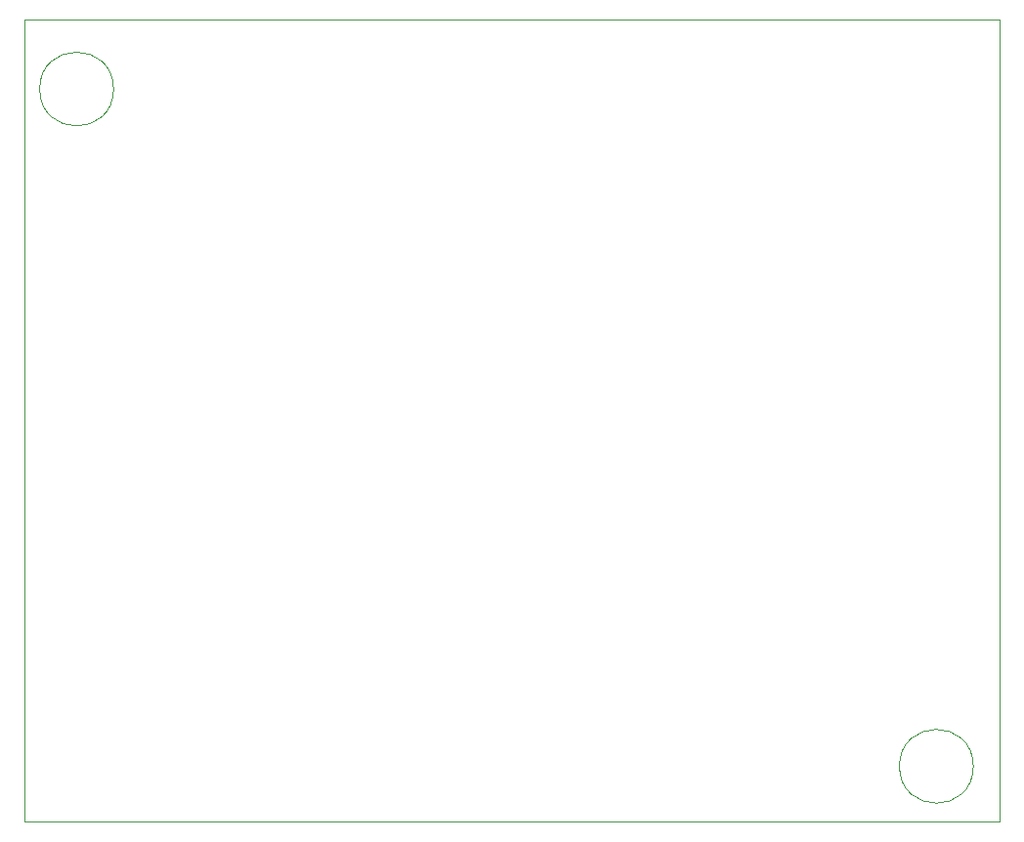
<source format=gm1>
%TF.GenerationSoftware,KiCad,Pcbnew,9.0.7*%
%TF.CreationDate,2026-01-23T14:09:22+01:00*%
%TF.ProjectId,galvoexpress,67616c76-6f65-4787-9072-6573732e6b69,rev?*%
%TF.SameCoordinates,Original*%
%TF.FileFunction,Profile,NP*%
%FSLAX46Y46*%
G04 Gerber Fmt 4.6, Leading zero omitted, Abs format (unit mm)*
G04 Created by KiCad (PCBNEW 9.0.7) date 2026-01-23 14:09:22*
%MOMM*%
%LPD*%
G01*
G04 APERTURE LIST*
%TA.AperFunction,Profile*%
%ADD10C,0.050000*%
%TD*%
G04 APERTURE END LIST*
D10*
X135701562Y-110201562D02*
G75*
G02*
X129298438Y-110201562I-3201562J0D01*
G01*
X129298438Y-110201562D02*
G75*
G02*
X135701562Y-110201562I3201562J0D01*
G01*
X61201562Y-51500000D02*
G75*
G02*
X54798438Y-51500000I-3201562J0D01*
G01*
X54798438Y-51500000D02*
G75*
G02*
X61201562Y-51500000I3201562J0D01*
G01*
X53500000Y-45500000D02*
X138000000Y-45500000D01*
X138000000Y-115000000D01*
X53500000Y-115000000D01*
X53500000Y-45500000D01*
M02*

</source>
